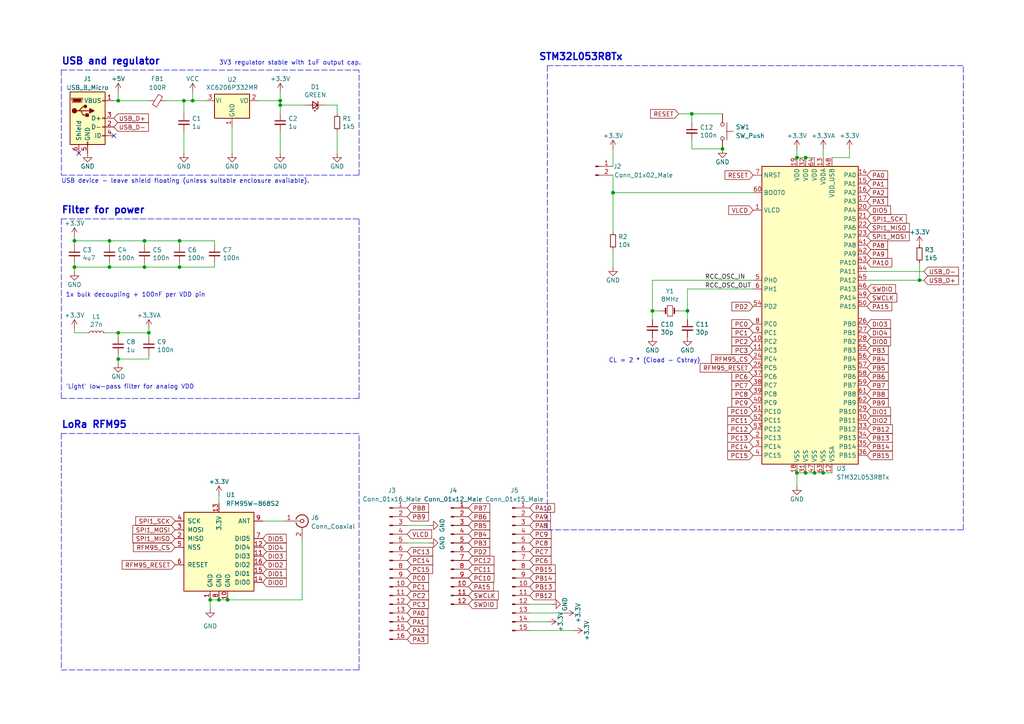
<source format=kicad_sch>
(kicad_sch (version 20211123) (generator eeschema)
  (paper "A4")
  (lib_symbols
    (symbol "Connector:Conn_01x02_Male" (pin_names (offset 1.016) hide)
      (property "Reference" "J" (at 0 2.54 0))
      (property "Value" "Conn_01x02_Male" (at 0 -5.08 0))
      (symbol "Conn_01x02_Male_1_1"
        (pin passive line (at 5.08 0 180) (length 3.81) (name "Pin_1") (number "1"))
        (pin passive line (at 5.08 -2.54 180) (length 3.81) (name "Pin_2") (number "2"))
      )
    )
    (symbol "Connector:Conn_01x12_Male" (pin_names (offset 1.016) hide)
      (property "Reference" "J" (at 0 15.24 0))
      (property "Value" "Conn_01x12_Male" (at 0 -17.78 0))
      (symbol "Conn_01x12_Male_1_1"
        (pin passive line (at 5.08 12.7 180) (length 3.81) (name "Pin_1") (number "1"))
        (pin passive line (at 5.08 -10.16 180) (length 3.81) (name "Pin_10") (number "10"))
        (pin passive line (at 5.08 -12.7 180) (length 3.81) (name "Pin_11") (number "11"))
        (pin passive line (at 5.08 -15.24 180) (length 3.81) (name "Pin_12") (number "12"))
        (pin passive line (at 5.08 10.16 180) (length 3.81) (name "Pin_2") (number "2"))
        (pin passive line (at 5.08 7.62 180) (length 3.81) (name "Pin_3") (number "3"))
        (pin passive line (at 5.08 5.08 180) (length 3.81) (name "Pin_4") (number "4"))
        (pin passive line (at 5.08 2.54 180) (length 3.81) (name "Pin_5") (number "5"))
        (pin passive line (at 5.08 0 180) (length 3.81) (name "Pin_6") (number "6"))
        (pin passive line (at 5.08 -2.54 180) (length 3.81) (name "Pin_7") (number "7"))
        (pin passive line (at 5.08 -5.08 180) (length 3.81) (name "Pin_8") (number "8"))
        (pin passive line (at 5.08 -7.62 180) (length 3.81) (name "Pin_9") (number "9"))
      )
    )
    (symbol "Connector:Conn_01x15_Male" (pin_names (offset 1.016) hide)
      (property "Reference" "J" (at 0 20.32 0))
      (property "Value" "Conn_01x15_Male" (at 0 -20.32 0))
      (symbol "Conn_01x15_Male_1_1"
        (pin passive line (at 5.08 17.78 180) (length 3.81) (name "Pin_1") (number "1"))
        (pin passive line (at 5.08 -5.08 180) (length 3.81) (name "Pin_10") (number "10"))
        (pin passive line (at 5.08 -7.62 180) (length 3.81) (name "Pin_11") (number "11"))
        (pin passive line (at 5.08 -10.16 180) (length 3.81) (name "Pin_12") (number "12"))
        (pin passive line (at 5.08 -12.7 180) (length 3.81) (name "Pin_13") (number "13"))
        (pin passive line (at 5.08 -15.24 180) (length 3.81) (name "Pin_14") (number "14"))
        (pin passive line (at 5.08 -17.78 180) (length 3.81) (name "Pin_15") (number "15"))
        (pin passive line (at 5.08 15.24 180) (length 3.81) (name "Pin_2") (number "2"))
        (pin passive line (at 5.08 12.7 180) (length 3.81) (name "Pin_3") (number "3"))
        (pin passive line (at 5.08 10.16 180) (length 3.81) (name "Pin_4") (number "4"))
        (pin passive line (at 5.08 7.62 180) (length 3.81) (name "Pin_5") (number "5"))
        (pin passive line (at 5.08 5.08 180) (length 3.81) (name "Pin_6") (number "6"))
        (pin passive line (at 5.08 2.54 180) (length 3.81) (name "Pin_7") (number "7"))
        (pin passive line (at 5.08 0 180) (length 3.81) (name "Pin_8") (number "8"))
        (pin passive line (at 5.08 -2.54 180) (length 3.81) (name "Pin_9") (number "9"))
      )
    )
    (symbol "Connector:Conn_01x16_Male" (pin_names (offset 1.016) hide)
      (property "Reference" "J" (at 0 20.32 0))
      (property "Value" "Conn_01x16_Male" (at 0 -22.86 0))
      (symbol "Conn_01x16_Male_1_1"
        (pin passive line (at 5.08 17.78 180) (length 3.81) (name "Pin_1") (number "1"))
        (pin passive line (at 5.08 -5.08 180) (length 3.81) (name "Pin_10") (number "10"))
        (pin passive line (at 5.08 -7.62 180) (length 3.81) (name "Pin_11") (number "11"))
        (pin passive line (at 5.08 -10.16 180) (length 3.81) (name "Pin_12") (number "12"))
        (pin passive line (at 5.08 -12.7 180) (length 3.81) (name "Pin_13") (number "13"))
        (pin passive line (at 5.08 -15.24 180) (length 3.81) (name "Pin_14") (number "14"))
        (pin passive line (at 5.08 -17.78 180) (length 3.81) (name "Pin_15") (number "15"))
        (pin passive line (at 5.08 -20.32 180) (length 3.81) (name "Pin_16") (number "16"))
        (pin passive line (at 5.08 15.24 180) (length 3.81) (name "Pin_2") (number "2"))
        (pin passive line (at 5.08 12.7 180) (length 3.81) (name "Pin_3") (number "3"))
        (pin passive line (at 5.08 10.16 180) (length 3.81) (name "Pin_4") (number "4"))
        (pin passive line (at 5.08 7.62 180) (length 3.81) (name "Pin_5") (number "5"))
        (pin passive line (at 5.08 5.08 180) (length 3.81) (name "Pin_6") (number "6"))
        (pin passive line (at 5.08 2.54 180) (length 3.81) (name "Pin_7") (number "7"))
        (pin passive line (at 5.08 0 180) (length 3.81) (name "Pin_8") (number "8"))
        (pin passive line (at 5.08 -2.54 180) (length 3.81) (name "Pin_9") (number "9"))
      )
    )
    (symbol "Connector:Conn_Coaxial" (pin_names (offset 1.016) hide)
      (property "Reference" "J" (at 0.254 3.048 0))
      (property "Value" "Conn_Coaxial" (at 2.921 0 90))
      (symbol "Conn_Coaxial_1_1"
        (pin passive line (at -5.08 0 0) (length 2.54) (name "In") (number "1"))
        (pin passive line (at 0 -5.08 90) (length 2.54) (name "Ext") (number "2"))
      )
    )
    (symbol "Connector:USB_B_Micro" (pin_names (offset 1.016))
      (property "Reference" "J" (at -5.08 11.43 0))
      (property "Value" "USB_B_Micro" (at -5.08 8.89 0))
      (symbol "USB_B_Micro_1_1"
        (pin power_out line (at 7.62 5.08 180) (length 2.54) (name "VBUS") (number "1"))
        (pin bidirectional line (at 7.62 -2.54 180) (length 2.54) (name "D-") (number "2"))
        (pin bidirectional line (at 7.62 0 180) (length 2.54) (name "D+") (number "3"))
        (pin passive line (at 7.62 -5.08 180) (length 2.54) (name "ID") (number "4"))
        (pin power_out line (at 0 -10.16 90) (length 2.54) (name "GND") (number "5"))
        (pin passive line (at -2.54 -10.16 90) (length 2.54) (name "Shield") (number "6"))
      )
    )
    (symbol "Device:C_Small" (pin_numbers hide) (pin_names (offset 0.254) hide)
      (property "Reference" "C" (at 0.254 1.778 0))
      (property "Value" "C_Small" (at 0.254 -2.032 0))
      (symbol "C_Small_1_1"
        (pin passive line (at 0 2.54 270) (length 2.032) (name "~") (number "1"))
        (pin passive line (at 0 -2.54 90) (length 2.032) (name "~") (number "2"))
      )
    )
    (symbol "Device:Crystal_Small" (pin_numbers hide) (pin_names (offset 1.016) hide)
      (property "Reference" "Y" (at 0 2.54 0))
      (property "Value" "Crystal_Small" (at 0 -2.54 0))
      (symbol "Crystal_Small_1_1"
        (pin passive line (at -2.54 0 0) (length 1.27) (name "1") (number "1"))
        (pin passive line (at 2.54 0 180) (length 1.27) (name "2") (number "2"))
      )
    )
    (symbol "Device:FerriteBead_Small" (pin_numbers hide) (pin_names (offset 0))
      (property "Reference" "FB" (at 1.905 1.27 0))
      (property "Value" "FerriteBead_Small" (at 1.905 -1.27 0))
      (symbol "FerriteBead_Small_1_1"
        (pin passive line (at 0 2.54 270) (length 1.27) (name "~") (number "1"))
        (pin passive line (at 0 -2.54 90) (length 1.27) (name "~") (number "2"))
      )
    )
    (symbol "Device:LED_Small" (pin_numbers hide) (pin_names (offset 0.254) hide)
      (property "Reference" "D" (at -1.27 3.175 0))
      (property "Value" "LED_Small" (at -4.445 -2.54 0))
      (symbol "LED_Small_1_1"
        (pin passive line (at -2.54 0 0) (length 1.778) (name "K") (number "1"))
        (pin passive line (at 2.54 0 180) (length 1.778) (name "A") (number "2"))
      )
    )
    (symbol "Device:L_Small" (pin_numbers hide) (pin_names (offset 0.254) hide)
      (property "Reference" "L" (at 0.762 1.016 0))
      (property "Value" "L_Small" (at 0.762 -1.016 0))
      (symbol "L_Small_1_1"
        (pin passive line (at 0 2.54 270) (length 0.508) (name "~") (number "1"))
        (pin passive line (at 0 -2.54 90) (length 0.508) (name "~") (number "2"))
      )
    )
    (symbol "Device:R_Small" (pin_numbers hide) (pin_names (offset 0.254) hide)
      (property "Reference" "R" (at 0.762 0.508 0))
      (property "Value" "R_Small" (at 0.762 -1.016 0))
      (symbol "R_Small_1_1"
        (pin passive line (at 0 2.54 270) (length 0.762) (name "~") (number "1"))
        (pin passive line (at 0 -2.54 90) (length 0.762) (name "~") (number "2"))
      )
    )
    (symbol "MCU_ST_STM32L0:STM32L053R8Tx"
      (property "Reference" "U" (at -15.24 44.45 0))
      (property "Value" "STM32L053R8Tx" (at 7.62 44.45 0))
      (symbol "STM32L053R8Tx_1_1"
        (pin power_in line (at -17.78 30.48 0) (length 2.54) (name "VLCD") (number "1"))
        (pin bidirectional line (at -17.78 -7.62 0) (length 2.54) (name "PC2") (number "10"))
        (pin bidirectional line (at -17.78 -10.16 0) (length 2.54) (name "PC3") (number "11"))
        (pin power_in line (at 5.08 -45.72 90) (length 2.54) (name "VSSA") (number "12"))
        (pin power_in line (at 2.54 45.72 270) (length 2.54) (name "VDDA") (number "13"))
        (pin bidirectional line (at 15.24 40.64 180) (length 2.54) (name "PA0") (number "14"))
        (pin bidirectional line (at 15.24 38.1 180) (length 2.54) (name "PA1") (number "15"))
        (pin bidirectional line (at 15.24 35.56 180) (length 2.54) (name "PA2") (number "16"))
        (pin bidirectional line (at 15.24 33.02 180) (length 2.54) (name "PA3") (number "17"))
        (pin power_in line (at -5.08 -45.72 90) (length 2.54) (name "VSS") (number "18"))
        (pin power_in line (at -5.08 45.72 270) (length 2.54) (name "VDD") (number "19"))
        (pin bidirectional line (at -17.78 -35.56 0) (length 2.54) (name "PC13") (number "2"))
        (pin bidirectional line (at 15.24 30.48 180) (length 2.54) (name "PA4") (number "20"))
        (pin bidirectional line (at 15.24 27.94 180) (length 2.54) (name "PA5") (number "21"))
        (pin bidirectional line (at 15.24 25.4 180) (length 2.54) (name "PA6") (number "22"))
        (pin bidirectional line (at 15.24 22.86 180) (length 2.54) (name "PA7") (number "23"))
        (pin bidirectional line (at -17.78 -12.7 0) (length 2.54) (name "PC4") (number "24"))
        (pin bidirectional line (at -17.78 -15.24 0) (length 2.54) (name "PC5") (number "25"))
        (pin bidirectional line (at 15.24 -2.54 180) (length 2.54) (name "PB0") (number "26"))
        (pin bidirectional line (at 15.24 -5.08 180) (length 2.54) (name "PB1") (number "27"))
        (pin bidirectional line (at 15.24 -7.62 180) (length 2.54) (name "PB2") (number "28"))
        (pin bidirectional line (at 15.24 -27.94 180) (length 2.54) (name "PB10") (number "29"))
        (pin bidirectional line (at -17.78 -38.1 0) (length 2.54) (name "PC14") (number "3"))
        (pin bidirectional line (at 15.24 -30.48 180) (length 2.54) (name "PB11") (number "30"))
        (pin power_in line (at -2.54 -45.72 90) (length 2.54) (name "VSS") (number "31"))
        (pin power_in line (at -2.54 45.72 270) (length 2.54) (name "VDD") (number "32"))
        (pin bidirectional line (at 15.24 -33.02 180) (length 2.54) (name "PB12") (number "33"))
        (pin bidirectional line (at 15.24 -35.56 180) (length 2.54) (name "PB13") (number "34"))
        (pin bidirectional line (at 15.24 -38.1 180) (length 2.54) (name "PB14") (number "35"))
        (pin bidirectional line (at 15.24 -40.64 180) (length 2.54) (name "PB15") (number "36"))
        (pin bidirectional line (at -17.78 -17.78 0) (length 2.54) (name "PC6") (number "37"))
        (pin bidirectional line (at -17.78 -20.32 0) (length 2.54) (name "PC7") (number "38"))
        (pin bidirectional line (at -17.78 -22.86 0) (length 2.54) (name "PC8") (number "39"))
        (pin bidirectional line (at -17.78 -40.64 0) (length 2.54) (name "PC15") (number "4"))
        (pin bidirectional line (at -17.78 -25.4 0) (length 2.54) (name "PC9") (number "40"))
        (pin bidirectional line (at 15.24 20.32 180) (length 2.54) (name "PA8") (number "41"))
        (pin bidirectional line (at 15.24 17.78 180) (length 2.54) (name "PA9") (number "42"))
        (pin bidirectional line (at 15.24 15.24 180) (length 2.54) (name "PA10") (number "43"))
        (pin bidirectional line (at 15.24 12.7 180) (length 2.54) (name "PA11") (number "44"))
        (pin bidirectional line (at 15.24 10.16 180) (length 2.54) (name "PA12") (number "45"))
        (pin bidirectional line (at 15.24 7.62 180) (length 2.54) (name "PA13") (number "46"))
        (pin power_in line (at 0 -45.72 90) (length 2.54) (name "VSS") (number "47"))
        (pin power_in line (at 5.08 45.72 270) (length 2.54) (name "VDD_USB") (number "48"))
        (pin bidirectional line (at 15.24 5.08 180) (length 2.54) (name "PA14") (number "49"))
        (pin input line (at -17.78 10.16 0) (length 2.54) (name "PH0") (number "5"))
        (pin bidirectional line (at 15.24 2.54 180) (length 2.54) (name "PA15") (number "50"))
        (pin bidirectional line (at -17.78 -27.94 0) (length 2.54) (name "PC10") (number "51"))
        (pin bidirectional line (at -17.78 -30.48 0) (length 2.54) (name "PC11") (number "52"))
        (pin bidirectional line (at -17.78 -33.02 0) (length 2.54) (name "PC12") (number "53"))
        (pin bidirectional line (at -17.78 2.54 0) (length 2.54) (name "PD2") (number "54"))
        (pin bidirectional line (at 15.24 -10.16 180) (length 2.54) (name "PB3") (number "55"))
        (pin bidirectional line (at 15.24 -12.7 180) (length 2.54) (name "PB4") (number "56"))
        (pin bidirectional line (at 15.24 -15.24 180) (length 2.54) (name "PB5") (number "57"))
        (pin bidirectional line (at 15.24 -17.78 180) (length 2.54) (name "PB6") (number "58"))
        (pin bidirectional line (at 15.24 -20.32 180) (length 2.54) (name "PB7") (number "59"))
        (pin input line (at -17.78 7.62 0) (length 2.54) (name "PH1") (number "6"))
        (pin input line (at -17.78 35.56 0) (length 2.54) (name "BOOT0") (number "60"))
        (pin bidirectional line (at 15.24 -22.86 180) (length 2.54) (name "PB8") (number "61"))
        (pin bidirectional line (at 15.24 -25.4 180) (length 2.54) (name "PB9") (number "62"))
        (pin power_in line (at 2.54 -45.72 90) (length 2.54) (name "VSS") (number "63"))
        (pin power_in line (at 0 45.72 270) (length 2.54) (name "VDD") (number "64"))
        (pin input line (at -17.78 40.64 0) (length 2.54) (name "NRST") (number "7"))
        (pin bidirectional line (at -17.78 -2.54 0) (length 2.54) (name "PC0") (number "8"))
        (pin bidirectional line (at -17.78 -5.08 0) (length 2.54) (name "PC1") (number "9"))
      )
    )
    (symbol "RF_Module:RFM95W-868S2" (pin_names (offset 1.016))
      (property "Reference" "U" (at -10.414 11.684 0))
      (property "Value" "RFM95W-868S2" (at 1.524 11.43 0))
      (symbol "RFM95W-868S2_1_1"
        (pin power_in line (at -2.54 -15.24 90) (length 2.54) (name "GND") (number "1"))
        (pin power_in line (at 2.54 -15.24 90) (length 2.54) (name "GND") (number "10"))
        (pin bidirectional line (at 12.7 -2.54 180) (length 2.54) (name "DIO3") (number "11"))
        (pin bidirectional line (at 12.7 0 180) (length 2.54) (name "DIO4") (number "12"))
        (pin power_in line (at 0 12.7 270) (length 2.54) (name "3.3V") (number "13"))
        (pin bidirectional line (at 12.7 -10.16 180) (length 2.54) (name "DIO0") (number "14"))
        (pin bidirectional line (at 12.7 -7.62 180) (length 2.54) (name "DIO1") (number "15"))
        (pin bidirectional line (at 12.7 -5.08 180) (length 2.54) (name "DIO2") (number "16"))
        (pin output line (at -12.7 2.54 0) (length 2.54) (name "MISO") (number "2"))
        (pin input line (at -12.7 5.08 0) (length 2.54) (name "MOSI") (number "3"))
        (pin input line (at -12.7 7.62 0) (length 2.54) (name "SCK") (number "4"))
        (pin input line (at -12.7 0 0) (length 2.54) (name "NSS") (number "5"))
        (pin bidirectional line (at -12.7 -5.08 0) (length 2.54) (name "RESET") (number "6"))
        (pin bidirectional line (at 12.7 2.54 180) (length 2.54) (name "DIO5") (number "7"))
        (pin power_in line (at 0 -15.24 90) (length 2.54) (name "GND") (number "8"))
        (pin bidirectional line (at 12.7 7.62 180) (length 2.54) (name "ANT") (number "9"))
      )
    )
    (symbol "Regulator_Linear:XC6206PxxxMR" (pin_names (offset 0.254))
      (property "Reference" "U" (at -3.81 3.175 0))
      (property "Value" "XC6206PxxxMR" (at 0 3.175 0))
      (symbol "XC6206PxxxMR_1_1"
        (pin power_in line (at 0 -7.62 90) (length 2.54) (name "GND") (number "1"))
        (pin power_out line (at 7.62 0 180) (length 2.54) (name "VO") (number "2"))
        (pin power_in line (at -7.62 0 0) (length 2.54) (name "VI") (number "3"))
      )
    )
    (symbol "Switch:SW_Push" (pin_numbers hide) (pin_names (offset 1.016) hide)
      (property "Reference" "SW" (at 1.27 2.54 0))
      (property "Value" "SW_Push" (at 0 -1.524 0))
      (symbol "SW_Push_0_1"
        (pin passive line (at -5.08 0 0) (length 2.54) (name "1") (number "1"))
        (pin passive line (at 5.08 0 180) (length 2.54) (name "2") (number "2"))
      )
    )
    (symbol "power:+3.3V" (power) (pin_names (offset 0))
      (property "Value" "+3.3V" (at 0 3.556 0))
      (symbol "+3.3V_1_1"
        (pin power_in line (at 0 0 90) (length 0) hide (name "+3.3V") (number "1"))
      )
    )
    (symbol "power:+3.3VA" (power) (pin_names (offset 0))
      (property "Value" "+3.3VA" (at 0 3.556 0))
      (symbol "+3.3VA_1_1"
        (pin power_in line (at 0 0 90) (length 0) hide (name "+3.3VA") (number "1"))
      )
    )
    (symbol "power:+5V" (power) (pin_names (offset 0))
      (property "Value" "+5V" (at 0 3.556 0))
      (symbol "+5V_1_1"
        (pin power_in line (at 0 0 90) (length 0) hide (name "+5V") (number "1"))
      )
    )
    (symbol "power:GND" (power) (pin_names (offset 0))
      (property "Value" "GND" (at 0 -3.81 0))
      (symbol "GND_1_1"
        (pin power_in line (at 0 0 270) (length 0) hide (name "GND") (number "1"))
      )
    )
    (symbol "power:VCC" (power) (pin_names (offset 0))
      (property "Value" "VCC" (at 0 3.81 0))
      (symbol "VCC_1_1"
        (pin power_in line (at 0 0 90) (length 0) hide (name "VCC") (number "1"))
      )
    )
  )
  (junction (at 233.68 45.72))
  (junction (at 231.14 45.72))
  (junction (at 233.68 137.16))
  (junction (at 200.66 33.02))
  (junction (at 236.22 137.16))
  (junction (at 34.29 29.21))
  (junction (at 177.8 55.88))
  (junction (at 41.91 77.47))
  (junction (at 66.04 173.99))
  (junction (at 238.76 137.16))
  (junction (at 41.91 69.85))
  (junction (at 31.75 77.47))
  (junction (at 81.28 29.21))
  (junction (at 189.23 90.17))
  (junction (at 60.96 173.99))
  (junction (at 21.59 69.85))
  (junction (at 266.7 81.28))
  (junction (at 231.14 137.16))
  (junction (at 34.29 96.52))
  (junction (at 52.07 77.47))
  (junction (at 53.34 29.21))
  (junction (at 43.18 96.52))
  (junction (at 63.5 173.99))
  (junction (at 209.55 43.18))
  (junction (at 199.39 90.17))
  (junction (at 52.07 69.85))
  (junction (at 34.29 104.14))
  (junction (at 21.59 77.47))
  (junction (at 81.28 30.48))
  (junction (at 31.75 69.85))
  (junction (at 55.88 29.21))
  (no_connect (at 33.02 39.37))
  (no_connect (at 22.86 44.45))
  (wire (pts (xy 34.29 104.14) (xy 43.18 104.14)))
  (wire (pts (xy 97.79 33.02) (xy 97.79 30.48)))
  (wire (pts (xy 87.63 156.21) (xy 87.63 173.99)))
  (wire (pts (xy 189.23 92.71) (xy 189.23 90.17)))
  (polyline (pts (xy 158.75 19.05) (xy 158.75 153.67)))
  (wire (pts (xy 196.85 33.02) (xy 200.66 33.02)))
  (wire (pts (xy 196.85 90.17) (xy 199.39 90.17)))
  (wire (pts (xy 238.76 43.18) (xy 238.76 45.72)))
  (wire (pts (xy 199.39 92.71) (xy 199.39 90.17)))
  (wire (pts (xy 81.28 29.21) (xy 81.28 30.48)))
  (wire (pts (xy 48.26 29.21) (xy 53.34 29.21)))
  (wire (pts (xy 153.67 182.88) (xy 166.37 182.88)))
  (wire (pts (xy 153.67 177.8) (xy 163.83 177.8)))
  (polyline (pts (xy 104.14 115.57) (xy 104.14 63.5)))
  (wire (pts (xy 200.66 43.18) (xy 209.55 43.18)))
  (wire (pts (xy 189.23 90.17) (xy 191.77 90.17)))
  (polyline (pts (xy 158.75 153.67) (xy 279.4 153.67)))
  (wire (pts (xy 41.91 71.12) (xy 41.91 69.85)))
  (wire (pts (xy 81.28 44.45) (xy 81.28 38.1)))
  (wire (pts (xy 97.79 44.45) (xy 97.79 38.1)))
  (polyline (pts (xy 104.14 50.8) (xy 104.14 20.32)))
  (wire (pts (xy 30.48 96.52) (xy 34.29 96.52)))
  (wire (pts (xy 34.29 102.87) (xy 34.29 104.14)))
  (wire (pts (xy 41.91 77.47) (xy 52.07 77.47)))
  (wire (pts (xy 55.88 29.21) (xy 53.34 29.21)))
  (polyline (pts (xy 279.4 153.67) (xy 279.4 19.05)))
  (wire (pts (xy 233.68 45.72) (xy 236.22 45.72)))
  (polyline (pts (xy 104.14 194.31) (xy 104.14 125.73)))
  (wire (pts (xy 87.63 173.99) (xy 66.04 173.99)))
  (wire (pts (xy 41.91 76.2) (xy 41.91 77.47)))
  (polyline (pts (xy 17.78 20.32) (xy 104.14 20.32)))
  (wire (pts (xy 31.75 77.47) (xy 41.91 77.47)))
  (wire (pts (xy 81.28 26.67) (xy 81.28 29.21)))
  (wire (pts (xy 199.39 90.17) (xy 199.39 83.82)))
  (wire (pts (xy 55.88 26.67) (xy 55.88 29.21)))
  (wire (pts (xy 236.22 137.16) (xy 238.76 137.16)))
  (wire (pts (xy 53.34 29.21) (xy 53.34 33.02)))
  (wire (pts (xy 21.59 77.47) (xy 31.75 77.47)))
  (wire (pts (xy 238.76 137.16) (xy 241.3 137.16)))
  (wire (pts (xy 266.7 76.2) (xy 266.7 81.28)))
  (wire (pts (xy 241.3 45.72) (xy 246.38 45.72)))
  (wire (pts (xy 43.18 95.25) (xy 43.18 96.52)))
  (wire (pts (xy 21.59 76.2) (xy 21.59 77.47)))
  (wire (pts (xy 76.2 151.13) (xy 82.55 151.13)))
  (wire (pts (xy 74.93 29.21) (xy 81.28 29.21)))
  (wire (pts (xy 21.59 69.85) (xy 21.59 71.12)))
  (polyline (pts (xy 17.78 115.57) (xy 104.14 115.57)))
  (wire (pts (xy 31.75 69.85) (xy 21.59 69.85)))
  (wire (pts (xy 62.23 71.12) (xy 62.23 69.85)))
  (polyline (pts (xy 17.78 63.5) (xy 104.14 63.5)))
  (wire (pts (xy 81.28 30.48) (xy 81.28 33.02)))
  (polyline (pts (xy 17.78 125.73) (xy 104.14 125.73)))
  (wire (pts (xy 218.44 55.88) (xy 177.8 55.88)))
  (wire (pts (xy 251.46 81.28) (xy 266.7 81.28)))
  (wire (pts (xy 246.38 45.72) (xy 246.38 43.18)))
  (wire (pts (xy 34.29 26.67) (xy 34.29 29.21)))
  (wire (pts (xy 60.96 173.99) (xy 60.96 176.53)))
  (wire (pts (xy 43.18 29.21) (xy 34.29 29.21)))
  (wire (pts (xy 218.44 81.28) (xy 189.23 81.28)))
  (wire (pts (xy 67.31 44.45) (xy 67.31 36.83)))
  (wire (pts (xy 31.75 69.85) (xy 31.75 71.12)))
  (polyline (pts (xy 17.78 194.31) (xy 104.14 194.31)))
  (wire (pts (xy 153.67 180.34) (xy 158.75 180.34)))
  (wire (pts (xy 41.91 69.85) (xy 31.75 69.85)))
  (wire (pts (xy 200.66 33.02) (xy 209.55 33.02)))
  (wire (pts (xy 177.8 43.18) (xy 177.8 48.26)))
  (wire (pts (xy 59.69 29.21) (xy 55.88 29.21)))
  (wire (pts (xy 118.11 157.48) (xy 124.46 157.48)))
  (wire (pts (xy 62.23 76.2) (xy 62.23 77.47)))
  (wire (pts (xy 34.29 97.79) (xy 34.29 96.52)))
  (polyline (pts (xy 17.78 125.73) (xy 17.78 194.31)))
  (wire (pts (xy 63.5 143.51) (xy 63.5 146.05)))
  (wire (pts (xy 34.29 105.41) (xy 34.29 104.14)))
  (wire (pts (xy 118.11 152.4) (xy 124.46 152.4)))
  (polyline (pts (xy 17.78 20.32) (xy 17.78 50.8)))
  (wire (pts (xy 62.23 69.85) (xy 52.07 69.85)))
  (wire (pts (xy 200.66 35.56) (xy 200.66 33.02)))
  (wire (pts (xy 231.14 137.16) (xy 233.68 137.16)))
  (wire (pts (xy 88.9 30.48) (xy 81.28 30.48)))
  (wire (pts (xy 52.07 77.47) (xy 62.23 77.47)))
  (wire (pts (xy 21.59 68.58) (xy 21.59 69.85)))
  (wire (pts (xy 177.8 77.47) (xy 177.8 72.39)))
  (wire (pts (xy 267.97 78.74) (xy 251.46 78.74)))
  (wire (pts (xy 43.18 96.52) (xy 34.29 96.52)))
  (wire (pts (xy 199.39 83.82) (xy 218.44 83.82)))
  (wire (pts (xy 177.8 50.8) (xy 177.8 55.88)))
  (wire (pts (xy 177.8 55.88) (xy 177.8 67.31)))
  (wire (pts (xy 189.23 81.28) (xy 189.23 90.17)))
  (wire (pts (xy 233.68 137.16) (xy 236.22 137.16)))
  (wire (pts (xy 34.29 29.21) (xy 33.02 29.21)))
  (wire (pts (xy 231.14 45.72) (xy 233.68 45.72)))
  (wire (pts (xy 231.14 137.16) (xy 231.14 140.97)))
  (wire (pts (xy 21.59 77.47) (xy 21.59 78.74)))
  (wire (pts (xy 31.75 77.47) (xy 31.75 76.2)))
  (wire (pts (xy 63.5 173.99) (xy 66.04 173.99)))
  (wire (pts (xy 200.66 40.64) (xy 200.66 43.18)))
  (wire (pts (xy 53.34 44.45) (xy 53.34 38.1)))
  (wire (pts (xy 21.59 96.52) (xy 25.4 96.52)))
  (wire (pts (xy 153.67 175.26) (xy 160.02 175.26)))
  (wire (pts (xy 21.59 95.25) (xy 21.59 96.52)))
  (wire (pts (xy 43.18 104.14) (xy 43.18 102.87)))
  (wire (pts (xy 52.07 71.12) (xy 52.07 69.85)))
  (wire (pts (xy 97.79 30.48) (xy 93.98 30.48)))
  (wire (pts (xy 60.96 173.99) (xy 63.5 173.99)))
  (polyline (pts (xy 17.78 50.8) (xy 104.14 50.8)))
  (wire (pts (xy 52.07 76.2) (xy 52.07 77.47)))
  (wire (pts (xy 267.97 81.28) (xy 266.7 81.28)))
  (wire (pts (xy 231.14 43.18) (xy 231.14 45.72)))
  (polyline (pts (xy 158.75 19.05) (xy 279.4 19.05)))
  (wire (pts (xy 52.07 69.85) (xy 41.91 69.85)))
  (polyline (pts (xy 17.78 63.5) (xy 17.78 115.57)))
  (wire (pts (xy 43.18 97.79) (xy 43.18 96.52)))
  (text "1x bulk decoupling + 100nF per VDD pin" (at 19.05 86.36 0) (effects (font (size 1.27 1.27)) (justify left bottom)))
  (text "LoRa RFM95\n" (at 17.78 124.46 0) (effects (font (size 2.0066 2.0066) (thickness 0.4013) bold) (justify left bottom)))
  (text "USB device - leave shield floating (unless suitable enclosure available)." (at 17.78 53.34 0) (effects (font (size 1.27 1.27)) (justify left bottom)))
  (text "'Light' low-pass filter for analog VDD" (at 19.05 113.03 0) (effects (font (size 1.27 1.27)) (justify left bottom)))
  (text "USB and regulator" (at 17.78 19.05 0) (effects (font (size 2.0066 2.0066) (thickness 0.4013) bold) (justify left bottom)))
  (text "STM32L053R8Tx" (at 156.21 17.78 0) (effects (font (size 2.0066 2.0066) (thickness 0.4013) bold) (justify left bottom)))
  (text "Filter for power\n" (at 17.78 62.23 0) (effects (font (size 2.0066 2.0066) (thickness 0.4013) bold) (justify left bottom)))
  (text "CL = 2 * (Cload - Cstray)" (at 176.53 105.41 0) (effects (font (size 1.27 1.27)) (justify left bottom)))
  (text "3V3 regulator stable with 1uF output cap." (at 63.5 19.05 0) (effects (font (size 1.27 1.27)) (justify left bottom)))
  (label "RCC_OSC_OUT" (at 204.47 83.82 0))
  (label "RCC_OSC_IN" (at 204.47 81.28 0))
  (global_label "PC8" (shape input) (at 218.44 114.3 180) (property "Intersheet References" "${INTERSHEET_REFS}" (effects hide)))
  (global_label "SWDIO" (shape input) (at 251.46 83.82 0) (property "Intersheet References" "${INTERSHEET_REFS}" (effects hide)))
  (global_label "PB13" (shape input) (at 251.46 127 0) (property "Intersheet References" "${INTERSHEET_REFS}" (effects hide)))
  (global_label "PC9" (shape input) (at 153.67 154.94 0) (property "Intersheet References" "${INTERSHEET_REFS}" (effects hide)))
  (global_label "PC6" (shape input) (at 153.67 162.56 0) (property "Intersheet References" "${INTERSHEET_REFS}" (effects hide)))
  (global_label "PC8" (shape input) (at 153.67 157.48 0) (property "Intersheet References" "${INTERSHEET_REFS}" (effects hide)))
  (global_label "PB4" (shape input) (at 135.89 154.94 0) (property "Intersheet References" "${INTERSHEET_REFS}" (effects hide)))
  (global_label "PB9" (shape input) (at 251.46 116.84 0) (property "Intersheet References" "${INTERSHEET_REFS}" (effects hide)))
  (global_label "PA8" (shape input) (at 251.46 71.12 0) (property "Intersheet References" "${INTERSHEET_REFS}" (effects hide)))
  (global_label "PC12" (shape input) (at 135.89 162.56 0) (property "Intersheet References" "${INTERSHEET_REFS}" (effects hide)))
  (global_label "PB3" (shape input) (at 135.89 157.48 0) (property "Intersheet References" "${INTERSHEET_REFS}" (effects hide)))
  (global_label "SPI1_MOSI" (shape input) (at 50.8 153.67 180) (property "Intersheet References" "${INTERSHEET_REFS}" (effects hide)))
  (global_label "DIO5" (shape input) (at 76.2 156.21 0) (property "Intersheet References" "${INTERSHEET_REFS}" (effects hide)))
  (global_label "PA15" (shape input) (at 135.89 170.18 0) (property "Intersheet References" "${INTERSHEET_REFS}" (effects hide)))
  (global_label "PC11" (shape input) (at 135.89 165.1 0) (property "Intersheet References" "${INTERSHEET_REFS}" (effects hide)))
  (global_label "PA10" (shape input) (at 153.67 147.32 0) (property "Intersheet References" "${INTERSHEET_REFS}" (effects hide)))
  (global_label "PC10" (shape input) (at 218.44 119.38 180) (property "Intersheet References" "${INTERSHEET_REFS}" (effects hide)))
  (global_label "DIO5" (shape input) (at 251.46 60.96 0) (property "Intersheet References" "${INTERSHEET_REFS}" (effects hide)))
  (global_label "PC13" (shape input) (at 118.11 160.02 0) (property "Intersheet References" "${INTERSHEET_REFS}" (effects hide)))
  (global_label "PC6" (shape input) (at 218.44 109.22 180) (property "Intersheet References" "${INTERSHEET_REFS}" (effects hide)))
  (global_label "SWCLK" (shape input) (at 135.89 172.72 0) (property "Intersheet References" "${INTERSHEET_REFS}" (effects hide)))
  (global_label "PC7" (shape input) (at 153.67 160.02 0) (property "Intersheet References" "${INTERSHEET_REFS}" (effects hide)))
  (global_label "SWDIO" (shape input) (at 135.89 175.26 0) (property "Intersheet References" "${INTERSHEET_REFS}" (effects hide)))
  (global_label "PB13" (shape input) (at 153.67 170.18 0) (property "Intersheet References" "${INTERSHEET_REFS}" (effects hide)))
  (global_label "PC0" (shape input) (at 118.11 167.64 0) (property "Intersheet References" "${INTERSHEET_REFS}" (effects hide)))
  (global_label "SPI1_MOSI" (shape input) (at 251.46 68.58 0) (property "Intersheet References" "${INTERSHEET_REFS}" (effects hide)))
  (global_label "PC13" (shape input) (at 218.44 127 180) (property "Intersheet References" "${INTERSHEET_REFS}" (effects hide)))
  (global_label "PC9" (shape input) (at 218.44 116.84 180) (property "Intersheet References" "${INTERSHEET_REFS}" (effects hide)))
  (global_label "RFM95_RESET" (shape input) (at 218.44 106.68 180) (property "Intersheet References" "${INTERSHEET_REFS}" (effects hide)))
  (global_label "DIO3" (shape input) (at 251.46 93.98 0) (property "Intersheet References" "${INTERSHEET_REFS}" (effects hide)))
  (global_label "PC14" (shape input) (at 118.11 162.56 0) (property "Intersheet References" "${INTERSHEET_REFS}" (effects hide)))
  (global_label "PB5" (shape input) (at 251.46 106.68 0) (property "Intersheet References" "${INTERSHEET_REFS}" (effects hide)))
  (global_label "PB8" (shape input) (at 251.46 114.3 0) (property "Intersheet References" "${INTERSHEET_REFS}" (effects hide)))
  (global_label "PA10" (shape input) (at 251.46 76.2 0) (property "Intersheet References" "${INTERSHEET_REFS}" (effects hide)))
  (global_label "DIO3" (shape input) (at 76.2 161.29 0) (property "Intersheet References" "${INTERSHEET_REFS}" (effects hide)))
  (global_label "PB8" (shape input) (at 118.11 147.32 0) (property "Intersheet References" "${INTERSHEET_REFS}" (effects hide)))
  (global_label "PB15" (shape input) (at 251.46 132.08 0) (property "Intersheet References" "${INTERSHEET_REFS}" (effects hide)))
  (global_label "DIO2" (shape input) (at 76.2 163.83 0) (property "Intersheet References" "${INTERSHEET_REFS}" (effects hide)))
  (global_label "SPI1_SCK" (shape input) (at 251.46 63.5 0) (property "Intersheet References" "${INTERSHEET_REFS}" (effects hide)))
  (global_label "USB_D-" (shape input) (at 267.97 78.74 0) (property "Intersheet References" "${INTERSHEET_REFS}" (effects hide)))
  (global_label "PC2" (shape input) (at 218.44 99.06 180) (property "Intersheet References" "${INTERSHEET_REFS}" (effects hide)))
  (global_label "RFM95_CS" (shape input) (at 218.44 104.14 180) (property "Intersheet References" "${INTERSHEET_REFS}" (effects hide)))
  (global_label "PD2" (shape input) (at 135.89 160.02 0) (property "Intersheet References" "${INTERSHEET_REFS}" (effects hide)))
  (global_label "PA2" (shape input) (at 251.46 55.88 0) (property "Intersheet References" "${INTERSHEET_REFS}" (effects hide)))
  (global_label "PC12" (shape input) (at 218.44 124.46 180) (property "Intersheet References" "${INTERSHEET_REFS}" (effects hide)))
  (global_label "PA1" (shape input) (at 118.11 180.34 0) (property "Intersheet References" "${INTERSHEET_REFS}" (effects hide)))
  (global_label "DIO2" (shape input) (at 251.46 121.92 0) (property "Intersheet References" "${INTERSHEET_REFS}" (effects hide)))
  (global_label "PD2" (shape input) (at 218.44 88.9 180) (property "Intersheet References" "${INTERSHEET_REFS}" (effects hide)))
  (global_label "PA1" (shape input) (at 251.46 53.34 0) (property "Intersheet References" "${INTERSHEET_REFS}" (effects hide)))
  (global_label "PC0" (shape input) (at 218.44 93.98 180) (property "Intersheet References" "${INTERSHEET_REFS}" (effects hide)))
  (global_label "PC1" (shape input) (at 118.11 170.18 0) (property "Intersheet References" "${INTERSHEET_REFS}" (effects hide)))
  (global_label "PC10" (shape input) (at 135.89 167.64 0) (property "Intersheet References" "${INTERSHEET_REFS}" (effects hide)))
  (global_label "PB6" (shape input) (at 251.46 109.22 0) (property "Intersheet References" "${INTERSHEET_REFS}" (effects hide)))
  (global_label "DIO1" (shape input) (at 76.2 166.37 0) (property "Intersheet References" "${INTERSHEET_REFS}" (effects hide)))
  (global_label "PC1" (shape input) (at 218.44 96.52 180) (property "Intersheet References" "${INTERSHEET_REFS}" (effects hide)))
  (global_label "RESET" (shape input) (at 218.44 50.8 180) (property "Intersheet References" "${INTERSHEET_REFS}" (effects hide)))
  (global_label "VLCD" (shape input) (at 218.44 60.96 180) (property "Intersheet References" "${INTERSHEET_REFS}" (effects hide)))
  (global_label "PC14" (shape input) (at 218.44 129.54 180) (property "Intersheet References" "${INTERSHEET_REFS}" (effects hide)))
  (global_label "PB6" (shape input) (at 135.89 149.86 0) (property "Intersheet References" "${INTERSHEET_REFS}" (effects hide)))
  (global_label "PC3" (shape input) (at 118.11 175.26 0) (property "Intersheet References" "${INTERSHEET_REFS}" (effects hide)))
  (global_label "PB12" (shape input) (at 153.67 172.72 0) (property "Intersheet References" "${INTERSHEET_REFS}" (effects hide)))
  (global_label "RESET" (shape input) (at 196.85 33.02 180) (property "Intersheet References" "${INTERSHEET_REFS}" (effects hide)))
  (global_label "PB3" (shape input) (at 251.46 101.6 0) (property "Intersheet References" "${INTERSHEET_REFS}" (effects hide)))
  (global_label "PC7" (shape input) (at 218.44 111.76 180) (property "Intersheet References" "${INTERSHEET_REFS}" (effects hide)))
  (global_label "PA15" (shape input) (at 251.46 88.9 0) (property "Intersheet References" "${INTERSHEET_REFS}" (effects hide)))
  (global_label "PA2" (shape input) (at 118.11 182.88 0) (property "Intersheet References" "${INTERSHEET_REFS}" (effects hide)))
  (global_label "PB7" (shape input) (at 251.46 111.76 0) (property "Intersheet References" "${INTERSHEET_REFS}" (effects hide)))
  (global_label "PA0" (shape input) (at 251.46 50.8 0) (property "Intersheet References" "${INTERSHEET_REFS}" (effects hide)))
  (global_label "DIO0" (shape input) (at 76.2 168.91 0) (property "Intersheet References" "${INTERSHEET_REFS}" (effects hide)))
  (global_label "USB_D+" (shape input) (at 33.02 34.29 0) (property "Intersheet References" "${INTERSHEET_REFS}" (effects hide)))
  (global_label "PA0" (shape input) (at 118.11 177.8 0) (property "Intersheet References" "${INTERSHEET_REFS}" (effects hide)))
  (global_label "PC3" (shape input) (at 218.44 101.6 180) (property "Intersheet References" "${INTERSHEET_REFS}" (effects hide)))
  (global_label "USB_D-" (shape input) (at 33.02 36.83 0) (property "Intersheet References" "${INTERSHEET_REFS}" (effects hide)))
  (global_label "SPI1_MISO" (shape input) (at 50.8 156.21 180) (property "Intersheet References" "${INTERSHEET_REFS}" (effects hide)))
  (global_label "PC11" (shape input) (at 218.44 121.92 180) (property "Intersheet References" "${INTERSHEET_REFS}" (effects hide)))
  (global_label "RFM95_CS" (shape input) (at 50.8 158.75 180) (property "Intersheet References" "${INTERSHEET_REFS}" (effects hide)))
  (global_label "DIO0" (shape input) (at 251.46 99.06 0) (property "Intersheet References" "${INTERSHEET_REFS}" (effects hide)))
  (global_label "USB_D+" (shape input) (at 267.97 81.28 0) (property "Intersheet References" "${INTERSHEET_REFS}" (effects hide)))
  (global_label "PA3" (shape input) (at 118.11 185.42 0) (property "Intersheet References" "${INTERSHEET_REFS}" (effects hide)))
  (global_label "PB15" (shape input) (at 153.67 165.1 0) (property "Intersheet References" "${INTERSHEET_REFS}" (effects hide)))
  (global_label "PB7" (shape input) (at 135.89 147.32 0) (property "Intersheet References" "${INTERSHEET_REFS}" (effects hide)))
  (global_label "VLCD" (shape input) (at 118.11 154.94 0) (property "Intersheet References" "${INTERSHEET_REFS}" (effects hide)))
  (global_label "DIO4" (shape input) (at 76.2 158.75 0) (property "Intersheet References" "${INTERSHEET_REFS}" (effects hide)))
  (global_label "PB4" (shape input) (at 251.46 104.14 0) (property "Intersheet References" "${INTERSHEET_REFS}" (effects hide)))
  (global_label "PB14" (shape input) (at 251.46 129.54 0) (property "Intersheet References" "${INTERSHEET_REFS}" (effects hide)))
  (global_label "PC15" (shape input) (at 118.11 165.1 0) (property "Intersheet References" "${INTERSHEET_REFS}" (effects hide)))
  (global_label "DIO4" (shape input) (at 251.46 96.52 0) (property "Intersheet References" "${INTERSHEET_REFS}" (effects hide)))
  (global_label "PA3" (shape input) (at 251.46 58.42 0) (property "Intersheet References" "${INTERSHEET_REFS}" (effects hide)))
  (global_label "DIO1" (shape input) (at 251.46 119.38 0) (property "Intersheet References" "${INTERSHEET_REFS}" (effects hide)))
  (global_label "SPI1_SCK" (shape input) (at 50.8 151.13 180) (property "Intersheet References" "${INTERSHEET_REFS}" (effects hide)))
  (global_label "SWCLK" (shape input) (at 251.46 86.36 0) (property "Intersheet References" "${INTERSHEET_REFS}" (effects hide)))
  (global_label "PA9" (shape input) (at 251.46 73.66 0) (property "Intersheet References" "${INTERSHEET_REFS}" (effects hide)))
  (global_label "PA9" (shape input) (at 153.67 149.86 0) (property "Intersheet References" "${INTERSHEET_REFS}" (effects hide)))
  (global_label "PC15" (shape input) (at 218.44 132.08 180) (property "Intersheet References" "${INTERSHEET_REFS}" (effects hide)))
  (global_label "PB5" (shape input) (at 135.89 152.4 0) (property "Intersheet References" "${INTERSHEET_REFS}" (effects hide)))
  (global_label "PA8" (shape input) (at 153.67 152.4 0) (property "Intersheet References" "${INTERSHEET_REFS}" (effects hide)))
  (global_label "PB12" (shape input) (at 251.46 124.46 0) (property "Intersheet References" "${INTERSHEET_REFS}" (effects hide)))
  (global_label "PB9" (shape input) (at 118.11 149.86 0) (property "Intersheet References" "${INTERSHEET_REFS}" (effects hide)))
  (global_label "PB14" (shape input) (at 153.67 167.64 0) (property "Intersheet References" "${INTERSHEET_REFS}" (effects hide)))
  (global_label "SPI1_MISO" (shape input) (at 251.46 66.04 0) (property "Intersheet References" "${INTERSHEET_REFS}" (effects hide)))
  (global_label "RFM95_RESET" (shape input) (at 50.8 163.83 180) (property "Intersheet References" "${INTERSHEET_REFS}" (effects hide)))
  (global_label "PC2" (shape input) (at 118.11 172.72 0) (property "Intersheet References" "${INTERSHEET_REFS}" (effects hide)))
  (symbol (lib_id "Regulator_Linear:XC6206PxxxMR") (at 67.31 29.21 0) (unit 1)
    (property "Reference" "U2" (at 67.31 23.0632 0))
    (property "Value" "XC6206P332MR" (at 67.31 25.3746 0))
    (property "Footprint" "Package_TO_SOT_SMD:SOT-23" (effects hide))
    (property "Datasheet" "https://www.torexsemi.com/file/xc6206/XC6206.pdf" (effects hide))
    (property "LCSC Part #" "C5446" (effects hide))
  )
  (symbol (lib_id "power:GND") (at 189.23 97.79 0) (unit 1)
    (property "Reference" "#PWR0108" (effects hide))
    (property "Value" "GND" (at 189.23 101.6 0))
  )
  (symbol (lib_id "power:+3.3V") (at 266.7 71.12 0) (unit 1)
    (property "Reference" "#PWR0110" (effects hide))
    (property "Value" "+3.3V" (at 266.7 67.31 0))
  )
  (symbol (lib_id "power:GND") (at 25.4 44.45 0) (mirror y) (unit 1)
    (property "Reference" "#PWR0112" (effects hide))
    (property "Value" "GND" (at 25.4 48.26 0))
  )
  (symbol (lib_id "Switch:SW_Push") (at 209.55 38.1 270) (unit 1)
    (property "Reference" "SW1" (at 213.36 36.8299 90) (effects (justify left)))
    (property "Value" "SW_Push" (at 213.36 39.3699 90) (effects (justify left)))
    (property "Footprint" "Button_Switch_SMD:SW_SPST_B3U-1000P" (effects hide))
    (property "LCSC Part #" "C231329" (effects hide))
  )
  (symbol (lib_id "Device:Crystal_Small") (at 194.31 90.17 0) (unit 1)
    (property "Reference" "Y1" (at 194.31 84.455 0))
    (property "Value" "8MHz" (at 194.31 86.7664 0))
    (property "Footprint" "Crystal:Crystal_SMD_5032-2Pin_5.0x3.2mm" (effects hide))
    (property "LCSC Part #" "C115962" (effects hide))
  )
  (symbol (lib_id "power:GND") (at 199.39 97.79 0) (unit 1)
    (property "Reference" "#PWR0109" (effects hide))
    (property "Value" "GND" (at 199.39 101.6 0))
  )
  (symbol (lib_id "power:GND") (at 97.79 44.45 0) (mirror y) (unit 1)
    (property "Reference" "#PWR0115" (effects hide))
    (property "Value" "GND" (at 97.79 48.26 0))
  )
  (symbol (lib_id "Connector:Conn_01x02_Male") (at 172.72 48.26 0) (unit 1)
    (property "Reference" "J2" (at 179.07 48.26 0))
    (property "Value" "Conn_01x02_Male" (at 186.69 50.8 0))
    (property "Footprint" "Connector_PinHeader_2.54mm:PinHeader_1x02_P2.54mm_Vertical" (effects hide))
    (property "LCSC Part #" "C492401" (effects hide))
  )
  (symbol (lib_id "power:+5V") (at 34.29 26.67 0) (unit 1)
    (property "Reference" "#PWR0113" (effects hide))
    (property "Value" "+5V" (at 34.29 22.86 0))
  )
  (symbol (lib_id "Device:C_Small") (at 41.91 73.66 0) (unit 1)
    (property "Reference" "C5" (at 44.2468 72.4916 0) (effects (justify left)))
    (property "Value" "100n" (at 44.2468 74.803 0) (effects (justify left)))
    (property "Footprint" "Capacitor_SMD:C_0603_1608Metric" (effects hide))
    (property "LCSC Part #" "C1525" (effects hide))
  )
  (symbol (lib_id "power:+3.3V") (at 246.38 43.18 0) (unit 1)
    (property "Reference" "#PWR0111" (effects hide))
    (property "Value" "+3.3V" (at 246.38 39.37 0))
  )
  (symbol (lib_id "power:GND") (at 67.31 44.45 0) (mirror y) (unit 1)
    (property "Reference" "#PWR0118" (effects hide))
    (property "Value" "GND" (at 67.31 48.26 0))
  )
  (symbol (lib_id "Connector:USB_B_Micro") (at 25.4 34.29 0) (unit 1)
    (property "Reference" "J1" (at 25.4 22.86 0))
    (property "Value" "USB_B_Micro" (at 25.4 25.4 0))
    (property "Footprint" "Connector_USB:USB_Micro-B_Amphenol_10118194_Horizontal" (effects hide))
    (property "LCSC Part #" "C132563" (effects hide))
  )
  (symbol (lib_id "power:+3.3V") (at 21.59 95.25 0) (unit 1)
    (property "Reference" "#PWR0120" (effects hide))
    (property "Value" "+3.3V" (at 21.59 91.44 0))
  )
  (symbol (lib_id "power:+3.3V") (at 81.28 26.67 0) (unit 1)
    (property "Reference" "#PWR0117" (effects hide))
    (property "Value" "+3.3V" (at 81.28 22.86 0))
  )
  (symbol (lib_id "power:+3.3V") (at 166.37 182.88 270) (unit 1)
    (property "Reference" "#PWR?" (effects hide))
    (property "Value" "+3.3V" (at 170.18 182.88 0))
  )
  (symbol (lib_id "power:GND") (at 160.02 175.26 90) (unit 1)
    (property "Reference" "#PWR?" (effects hide))
    (property "Value" "GND" (at 163.83 175.26 0))
  )
  (symbol (lib_id "power:GND") (at 34.29 105.41 0) (unit 1)
    (property "Reference" "#PWR0122" (effects hide))
    (property "Value" "GND" (at 34.29 109.22 0))
  )
  (symbol (lib_id "power:+3.3V") (at 177.8 43.18 0) (unit 1)
    (property "Reference" "#PWR0102" (effects hide))
    (property "Value" "+3.3V" (at 177.8 39.37 0))
  )
  (symbol (lib_id "power:GND") (at 231.14 140.97 0) (unit 1)
    (property "Reference" "#PWR0104" (effects hide))
    (property "Value" "GND" (at 231.14 144.78 0))
  )
  (symbol (lib_id "Connector:Conn_01x15_Male") (at 148.59 165.1 0) (unit 1)
    (property "Reference" "J5" (at 149.225 142.24 0))
    (property "Value" "Conn_01x15_Male" (at 149.225 144.78 0))
    (property "Footprint" "Connector_PinHeader_2.54mm:PinHeader_1x15_P2.54mm_Vertical" (effects hide))
    (property "LCSC Part #" "C124373" (effects hide))
  )
  (symbol (lib_id "power:GND") (at 53.34 44.45 0) (mirror y) (unit 1)
    (property "Reference" "#PWR0119" (effects hide))
    (property "Value" "GND" (at 53.34 48.26 0))
  )
  (symbol (lib_id "Device:C_Small") (at 189.23 95.25 0) (unit 1)
    (property "Reference" "C10" (at 191.5668 94.0816 0) (effects (justify left)))
    (property "Value" "30p" (at 191.5668 96.393 0) (effects (justify left)))
    (property "Footprint" "Capacitor_SMD:C_0603_1608Metric" (effects hide))
    (property "LCSC Part #" "C1570" (effects hide))
  )
  (symbol (lib_id "power:+3.3VA") (at 43.18 95.25 0) (unit 1)
    (property "Reference" "#PWR0123" (effects hide))
    (property "Value" "+3.3VA" (at 43.18 91.44 0))
  )
  (symbol (lib_id "power:+3.3V") (at 231.14 43.18 0) (unit 1)
    (property "Reference" "#PWR0105" (effects hide))
    (property "Value" "+3.3V" (at 231.14 39.37 0))
  )
  (symbol (lib_id "Device:LED_Small") (at 91.44 30.48 180) (unit 1)
    (property "Reference" "D1" (at 91.44 25.2222 0))
    (property "Value" "GREEN" (at 91.44 27.5336 0))
    (property "Footprint" "LED_SMD:LED_0603_1608Metric" (effects hide))
    (property "LCSC Part #" "C72043" (effects hide))
  )
  (symbol (lib_id "Device:C_Small") (at 53.34 35.56 0) (unit 1)
    (property "Reference" "C1" (at 55.6768 34.3916 0) (effects (justify left)))
    (property "Value" "1u" (at 55.6768 36.703 0) (effects (justify left)))
    (property "Footprint" "Capacitor_SMD:C_0603_1608Metric" (effects hide))
    (property "LCSC Part #" "C15849" (effects hide))
  )
  (symbol (lib_id "Connector:Conn_01x16_Male") (at 113.03 165.1 0) (unit 1)
    (property "Reference" "J3" (at 113.665 142.24 0))
    (property "Value" "Conn_01x16_Male" (at 113.665 144.78 0))
    (property "Footprint" "Connector_PinHeader_2.54mm:PinHeader_1x16_P2.54mm_Vertical" (effects hide))
    (property "LCSC Part #" "C225268" (effects hide))
  )
  (symbol (lib_id "Device:C_Small") (at 200.66 38.1 0) (unit 1)
    (property "Reference" "C12" (at 202.9968 36.9316 0) (effects (justify left)))
    (property "Value" "100n" (at 202.9968 39.243 0) (effects (justify left)))
    (property "Footprint" "Capacitor_SMD:C_0603_1608Metric" (effects hide))
    (property "LCSC Part #" "C1525" (effects hide))
  )
  (symbol (lib_id "Device:C_Small") (at 34.29 100.33 0) (unit 1)
    (property "Reference" "C8" (at 36.6268 99.1616 0) (effects (justify left)))
    (property "Value" "1u" (at 36.6268 101.473 0) (effects (justify left)))
    (property "Footprint" "Capacitor_SMD:C_0603_1608Metric" (effects hide))
    (property "LCSC Part #" "C52923" (effects hide))
  )
  (symbol (lib_id "power:GND") (at 177.8 77.47 0) (unit 1)
    (property "Reference" "#PWR0103" (effects hide))
    (property "Value" "GND" (at 177.8 81.28 0))
  )
  (symbol (lib_id "power:+3.3V") (at 63.5 143.51 0) (unit 1)
    (property "Reference" "#PWR0124" (effects hide))
    (property "Value" "+3.3V" (at 63.5 139.7 0))
  )
  (symbol (lib_id "power:GND") (at 81.28 44.45 0) (mirror y) (unit 1)
    (property "Reference" "#PWR0114" (effects hide))
    (property "Value" "GND" (at 81.28 48.26 0))
  )
  (symbol (lib_id "Device:FerriteBead_Small") (at 45.72 29.21 90) (unit 1)
    (property "Reference" "FB1" (at 45.6819 22.86 90))
    (property "Value" "100R" (at 45.6819 25.4 90))
    (property "Footprint" "Inductor_SMD:L_0805_2012Metric" (effects hide))
    (property "LCSC Part #" "C1015" (effects hide))
  )
  (symbol (lib_id "Device:C_Small") (at 21.59 73.66 0) (unit 1)
    (property "Reference" "C3" (at 23.9268 72.4916 0) (effects (justify left)))
    (property "Value" "4u7" (at 23.9268 74.803 0) (effects (justify left)))
    (property "Footprint" "Capacitor_SMD:C_0603_1608Metric" (effects hide))
    (property "LCSC Part #" "C19666" (effects hide))
  )
  (symbol (lib_id "power:GND") (at 124.46 152.4 90) (unit 1)
    (property "Reference" "#PWR0130" (effects hide))
    (property "Value" "GND" (at 128.27 152.4 0))
  )
  (symbol (lib_id "Device:C_Small") (at 31.75 73.66 0) (unit 1)
    (property "Reference" "C4" (at 34.0868 72.4916 0) (effects (justify left)))
    (property "Value" "100n" (at 34.0868 74.803 0) (effects (justify left)))
    (property "Footprint" "Capacitor_SMD:C_0603_1608Metric" (effects hide))
    (property "LCSC Part #" "C1525" (effects hide))
  )
  (symbol (lib_id "power:GND") (at 124.46 157.48 90) (unit 1)
    (property "Reference" "#PWR0131" (effects hide))
    (property "Value" "GND" (at 128.27 157.48 0))
  )
  (symbol (lib_id "Device:C_Small") (at 199.39 95.25 0) (unit 1)
    (property "Reference" "C11" (at 201.7268 94.0816 0) (effects (justify left)))
    (property "Value" "30p" (at 201.7268 96.393 0) (effects (justify left)))
    (property "Footprint" "Capacitor_SMD:C_0603_1608Metric" (effects hide))
    (property "LCSC Part #" "C1570" (effects hide))
  )
  (symbol (lib_id "Device:R_Small") (at 97.79 35.56 0) (unit 1)
    (property "Reference" "R1" (at 99.2886 34.3916 0) (effects (justify left)))
    (property "Value" "1k5" (at 99.2886 36.703 0) (effects (justify left)))
    (property "Footprint" "Resistor_SMD:R_0603_1608Metric" (effects hide))
    (property "LCSC Part #" "C22842" (effects hide))
  )
  (symbol (lib_id "power:+3.3V") (at 163.83 177.8 270) (unit 1)
    (property "Reference" "#PWR?" (effects hide))
    (property "Value" "+3.3V" (at 167.64 177.8 0))
  )
  (symbol (lib_id "MCU_ST_STM32L0:STM32L053R8Tx") (at 236.22 91.44 0) (unit 1)
    (property "Reference" "U3" (at 242.57 135.89 0) (effects (justify left)))
    (property "Value" "STM32L053R8Tx" (at 242.57 138.43 0) (effects (justify left)))
    (property "Footprint" "Package_QFP:LQFP-64_10x10mm_P0.5mm" (effects hide))
    (property "Datasheet" "http://www.st.com/st-web-ui/static/active/en/resource/technical/document/datasheet/DM00105960.pdf" (effects hide))
    (property "LCSC Part #" "C79207" (effects hide))
  )
  (symbol (lib_id "Device:L_Small") (at 27.94 96.52 90) (unit 1)
    (property "Reference" "L1" (at 27.94 91.821 90))
    (property "Value" "27n" (at 27.94 94.1324 90))
    (property "Footprint" "Inductor_SMD:L_0402_1005Metric" (effects hide))
    (property "LCSC Part #" "C18830" (effects hide))
  )
  (symbol (lib_id "RF_Module:RFM95W-868S2") (at 63.5 158.75 0) (unit 1)
    (property "Reference" "U1" (at 65.5194 143.51 0) (effects (justify left)))
    (property "Value" "RFM95W-868S2" (at 65.5194 146.05 0) (effects (justify left)))
    (property "Footprint" "RF_Module:HOPERF_RFM9XW_SMD" (effects hide))
    (property "Datasheet" "https://www.hoperf.com/data/upload/portal/20181127/5bfcbea20e9ef.pdf" (effects hide))
    (property "LCSC Part #" "C2844472" (effects hide))
  )
  (symbol (lib_id "power:VCC") (at 55.88 26.67 0) (mirror y) (unit 1)
    (property "Reference" "#PWR0116" (effects hide))
    (property "Value" "VCC" (at 55.88 22.86 0))
  )
  (symbol (lib_id "Device:C_Small") (at 52.07 73.66 0) (unit 1)
    (property "Reference" "C6" (at 54.4068 72.4916 0) (effects (justify left)))
    (property "Value" "100n" (at 54.4068 74.803 0) (effects (justify left)))
    (property "Footprint" "Capacitor_SMD:C_0603_1608Metric" (effects hide))
    (property "LCSC Part #" "C1525" (effects hide))
  )
  (symbol (lib_id "Connector:Conn_01x12_Male") (at 130.81 160.02 0) (unit 1)
    (property "Reference" "J4" (at 131.445 142.24 0))
    (property "Value" "Conn_01x12_Male" (at 131.445 144.78 0))
    (property "Footprint" "Connector_PinHeader_2.54mm:PinHeader_1x12_P2.54mm_Vertical" (effects hide))
    (property "LCSC Part #" "C225264" (effects hide))
  )
  (symbol (lib_id "Connector:Conn_Coaxial") (at 87.63 151.13 0) (unit 1)
    (property "Reference" "J6" (at 90.17 150.1531 0) (effects (justify left)))
    (property "Value" "Conn_Coaxial" (at 90.17 152.6931 0) (effects (justify left)))
    (property "Footprint" "Connector_Coaxial:SMA_Samtec_SMA-J-P-X-ST-EM1_EdgeMount" (effects hide))
    (property "Datasheet" " ~" (effects hide))
  )
  (symbol (lib_id "power:+3.3V") (at 21.59 68.58 0) (unit 1)
    (property "Reference" "#PWR0121" (effects hide))
    (property "Value" "+3.3V" (at 21.59 64.77 0))
  )
  (symbol (lib_id "power:GND") (at 21.59 78.74 0) (unit 1)
    (property "Reference" "#PWR0101" (effects hide))
    (property "Value" "GND" (at 21.59 82.55 0))
  )
  (symbol (lib_id "power:+3.3V") (at 158.75 180.34 270) (unit 1)
    (property "Reference" "#PWR?" (effects hide))
    (property "Value" "+3.3V" (at 162.56 180.34 0))
  )
  (symbol (lib_id "Device:C_Small") (at 43.18 100.33 0) (unit 1)
    (property "Reference" "C9" (at 45.5168 99.1616 0) (effects (justify left)))
    (property "Value" "100n" (at 45.5168 101.473 0) (effects (justify left)))
    (property "Footprint" "Capacitor_SMD:C_0603_1608Metric" (effects hide))
    (property "LCSC Part #" "C1525" (effects hide))
  )
  (symbol (lib_id "Device:C_Small") (at 62.23 73.66 0) (unit 1)
    (property "Reference" "C7" (at 64.5668 72.4916 0) (effects (justify left)))
    (property "Value" "100n" (at 64.5668 74.803 0) (effects (justify left)))
    (property "Footprint" "Capacitor_SMD:C_0603_1608Metric" (effects hide))
    (property "LCSC Part #" "C1525" (effects hide))
  )
  (symbol (lib_id "Device:R_Small") (at 266.7 73.66 0) (unit 1)
    (property "Reference" "R3" (at 268.1986 72.4916 0) (effects (justify left)))
    (property "Value" "1k5" (at 268.1986 74.803 0) (effects (justify left)))
    (property "Footprint" "Resistor_SMD:R_0603_1608Metric" (effects hide))
    (property "LCSC Part #" "C22842" (effects hide))
  )
  (symbol (lib_id "power:GND") (at 209.55 43.18 0) (unit 1)
    (property "Reference" "#PWR0107" (effects hide))
    (property "Value" "GND" (at 209.55 46.99 0))
  )
  (symbol (lib_id "power:GND") (at 60.96 176.53 0) (unit 1)
    (property "Reference" "#PWR0125" (effects hide))
    (property "Value" "GND" (at 60.96 181.61 0))
  )
  (symbol (lib_id "Device:C_Small") (at 81.28 35.56 0) (unit 1)
    (property "Reference" "C2" (at 83.6168 34.3916 0) (effects (justify left)))
    (property "Value" "1u" (at 83.6168 36.703 0) (effects (justify left)))
    (property "Footprint" "Capacitor_SMD:C_0603_1608Metric" (effects hide))
    (property "LCSC Part #" "C15849" (effects hide))
  )
  (symbol (lib_id "Device:R_Small") (at 177.8 69.85 0) (unit 1)
    (property "Reference" "R2" (at 179.2986 68.6816 0) (effects (justify left)))
    (property "Value" "10k" (at 179.2986 70.993 0) (effects (justify left)))
    (property "Footprint" "Resistor_SMD:R_0603_1608Metric" (effects hide))
    (property "LCSC Part #" "C25744" (effects hide))
  )
  (symbol (lib_id "power:+3.3VA") (at 238.76 43.18 0) (unit 1)
    (property "Reference" "#PWR0106" (effects hide))
    (property "Value" "+3.3VA" (at 238.76 39.37 0))
  )
)
</source>
